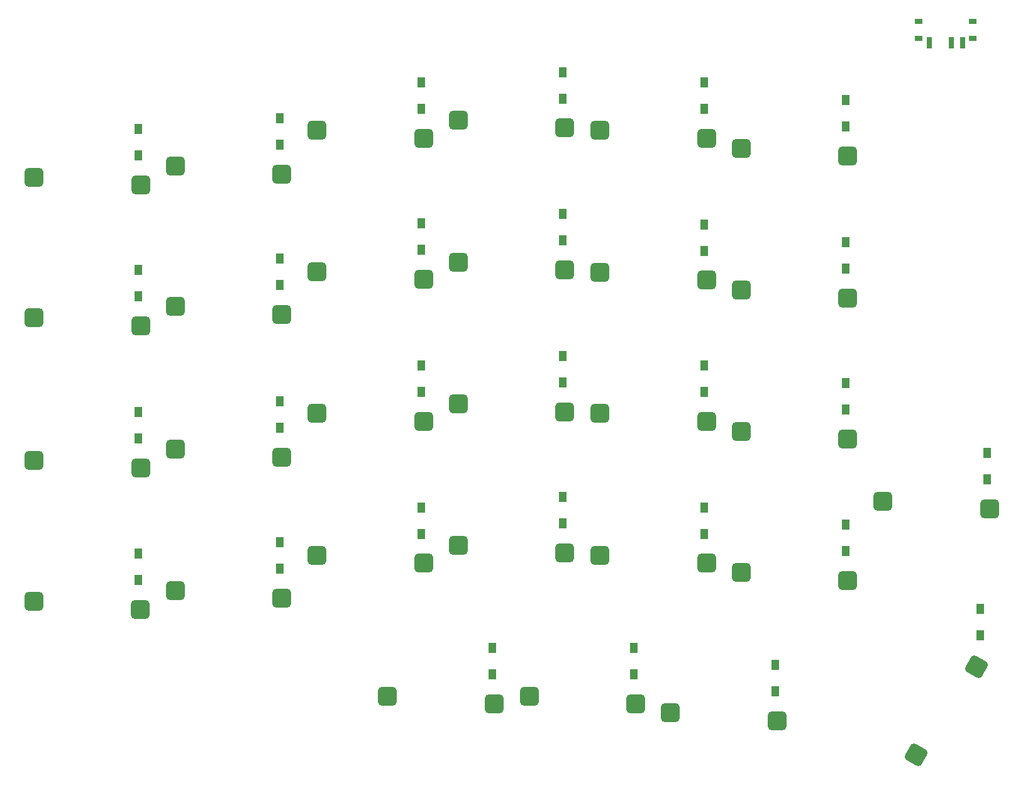
<source format=gbp>
G04 #@! TF.GenerationSoftware,KiCad,Pcbnew,7.0.10*
G04 #@! TF.CreationDate,2024-03-21T01:02:57+01:00*
G04 #@! TF.ProjectId,allium58,616c6c69-756d-4353-982e-6b696361645f,rev?*
G04 #@! TF.SameCoordinates,Original*
G04 #@! TF.FileFunction,Paste,Bot*
G04 #@! TF.FilePolarity,Positive*
%FSLAX46Y46*%
G04 Gerber Fmt 4.6, Leading zero omitted, Abs format (unit mm)*
G04 Created by KiCad (PCBNEW 7.0.10) date 2024-03-21 01:02:57*
%MOMM*%
%LPD*%
G01*
G04 APERTURE LIST*
G04 Aperture macros list*
%AMRoundRect*
0 Rectangle with rounded corners*
0 $1 Rounding radius*
0 $2 $3 $4 $5 $6 $7 $8 $9 X,Y pos of 4 corners*
0 Add a 4 corners polygon primitive as box body*
4,1,4,$2,$3,$4,$5,$6,$7,$8,$9,$2,$3,0*
0 Add four circle primitives for the rounded corners*
1,1,$1+$1,$2,$3*
1,1,$1+$1,$4,$5*
1,1,$1+$1,$6,$7*
1,1,$1+$1,$8,$9*
0 Add four rect primitives between the rounded corners*
20,1,$1+$1,$2,$3,$4,$5,0*
20,1,$1+$1,$4,$5,$6,$7,0*
20,1,$1+$1,$6,$7,$8,$9,0*
20,1,$1+$1,$8,$9,$2,$3,0*%
G04 Aperture macros list end*
%ADD10RoundRect,0.500000X-0.750000X-0.775000X0.750000X-0.775000X0.750000X0.775000X-0.750000X0.775000X0*%
%ADD11RoundRect,0.500000X0.296170X-1.037019X1.046170X0.262019X-0.296170X1.037019X-1.046170X-0.262019X0*%
%ADD12R,1.000000X1.400000*%
%ADD13R,1.000000X0.800000*%
%ADD14R,0.700000X1.500000*%
G04 APERTURE END LIST*
D10*
X123563100Y-54700000D03*
X137913100Y-55750000D03*
X104563100Y-52300000D03*
X118913100Y-53350000D03*
X85463100Y-50910000D03*
X99813100Y-51960000D03*
X66463100Y-52300000D03*
X80813100Y-53350000D03*
X47363100Y-57100000D03*
X61713100Y-58150000D03*
X28363100Y-58600000D03*
X42713100Y-59650000D03*
X123563100Y-73800000D03*
X137913100Y-74850000D03*
X104563100Y-71400000D03*
X118913100Y-72450000D03*
X85463100Y-70000000D03*
X99813100Y-71050000D03*
X66463100Y-71300000D03*
X80813100Y-72350000D03*
X47363100Y-76000000D03*
X61713100Y-77050000D03*
X28363100Y-77500000D03*
X42713100Y-78550000D03*
X123563100Y-92800000D03*
X137913100Y-93850000D03*
X104563100Y-90400000D03*
X118913100Y-91450000D03*
X85463100Y-89100000D03*
X99813100Y-90150000D03*
X66463100Y-90400000D03*
X80813100Y-91450000D03*
X47363100Y-95200000D03*
X61713100Y-96250000D03*
X28363100Y-96700000D03*
X42713100Y-97750000D03*
X123563100Y-111800000D03*
X137913100Y-112850000D03*
X104563100Y-109500000D03*
X118913100Y-110550000D03*
X85463100Y-108100000D03*
X99813100Y-109150000D03*
X66463100Y-109500000D03*
X80813100Y-110550000D03*
X47363100Y-114200000D03*
X61713100Y-115250000D03*
X28313100Y-115700000D03*
X42663100Y-116750000D03*
X142663100Y-102200000D03*
X157013100Y-103250000D03*
D11*
X147170919Y-136343155D03*
X155255246Y-124440691D03*
D10*
X114063100Y-130700000D03*
X128413100Y-131750000D03*
X95063100Y-128450000D03*
X109413100Y-129500000D03*
X75963100Y-128450000D03*
X90313100Y-129500000D03*
D12*
X137638100Y-48225000D03*
X137638100Y-51775000D03*
X118638100Y-45825000D03*
X118638100Y-49375000D03*
X99538100Y-44435000D03*
X99538100Y-47985000D03*
X80538100Y-45825000D03*
X80538100Y-49375000D03*
X61438100Y-50625000D03*
X61438100Y-54175000D03*
X42438100Y-52125000D03*
X42438100Y-55675000D03*
X137638100Y-67325000D03*
X137638100Y-70875000D03*
X118638100Y-64925000D03*
X118638100Y-68475000D03*
X99538100Y-63525000D03*
X99538100Y-67075000D03*
X80538100Y-64825000D03*
X80538100Y-68375000D03*
X61438100Y-69525000D03*
X61438100Y-73075000D03*
X42438100Y-71025000D03*
X42438100Y-74575000D03*
X137638100Y-86325000D03*
X137638100Y-89875000D03*
X118638100Y-83925000D03*
X118638100Y-87475000D03*
X99538100Y-82625000D03*
X99538100Y-86175000D03*
X80538100Y-83925000D03*
X80538100Y-87475000D03*
X61438100Y-88725000D03*
X61438100Y-92275000D03*
X42438100Y-90225000D03*
X42438100Y-93775000D03*
X137638100Y-105325000D03*
X137638100Y-108875000D03*
X118638100Y-103025000D03*
X118638100Y-106575000D03*
X99538100Y-101625000D03*
X99538100Y-105175000D03*
X80538100Y-103025000D03*
X80538100Y-106575000D03*
X61438100Y-107725000D03*
X61438100Y-111275000D03*
X42388100Y-109225000D03*
X42388100Y-112775000D03*
X156738100Y-95725000D03*
X156738100Y-99275000D03*
X155752800Y-116690600D03*
X155752800Y-120240600D03*
X128138100Y-124225000D03*
X128138100Y-127775000D03*
X109138100Y-121975000D03*
X109138100Y-125525000D03*
X90038100Y-121975000D03*
X90038100Y-125525000D03*
D13*
X147488100Y-37653000D03*
X147488100Y-39863000D03*
X154788100Y-37653000D03*
X154788100Y-39863000D03*
D14*
X148888100Y-40513000D03*
X151888100Y-40513000D03*
X153388100Y-40513000D03*
M02*

</source>
